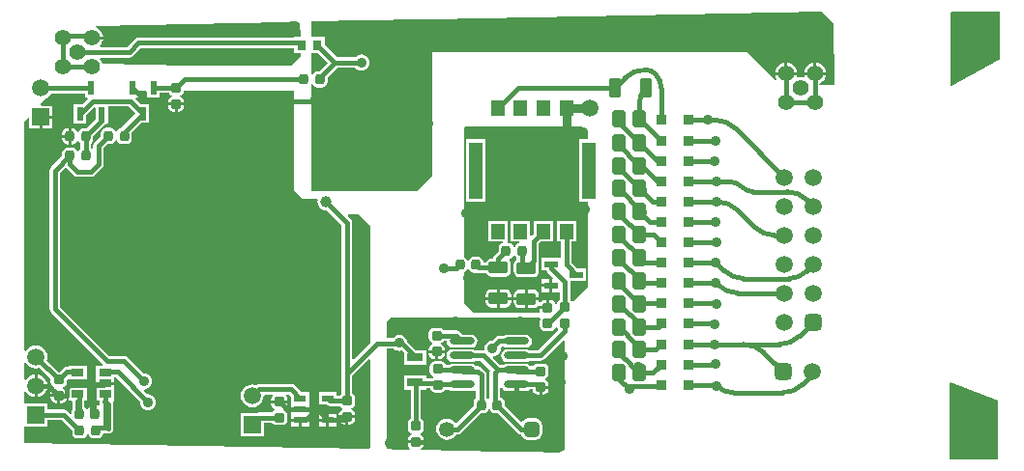
<source format=gtl>
G04 Layer_Physical_Order=1*
G04 Layer_Color=255*
%FSLAX25Y25*%
%MOIN*%
G70*
G01*
G75*
%ADD10C,0.01575*%
G04:AMPARAMS|DCode=11|XSize=35.43mil|YSize=31.5mil|CornerRadius=7.87mil|HoleSize=0mil|Usage=FLASHONLY|Rotation=0.000|XOffset=0mil|YOffset=0mil|HoleType=Round|Shape=RoundedRectangle|*
%AMROUNDEDRECTD11*
21,1,0.03543,0.01575,0,0,0.0*
21,1,0.01969,0.03150,0,0,0.0*
1,1,0.01575,0.00984,-0.00787*
1,1,0.01575,-0.00984,-0.00787*
1,1,0.01575,-0.00984,0.00787*
1,1,0.01575,0.00984,0.00787*
%
%ADD11ROUNDEDRECTD11*%
G04:AMPARAMS|DCode=12|XSize=35.43mil|YSize=31.5mil|CornerRadius=7.87mil|HoleSize=0mil|Usage=FLASHONLY|Rotation=90.000|XOffset=0mil|YOffset=0mil|HoleType=Round|Shape=RoundedRectangle|*
%AMROUNDEDRECTD12*
21,1,0.03543,0.01575,0,0,90.0*
21,1,0.01969,0.03150,0,0,90.0*
1,1,0.01575,0.00787,0.00984*
1,1,0.01575,0.00787,-0.00984*
1,1,0.01575,-0.00787,-0.00984*
1,1,0.01575,-0.00787,0.00984*
%
%ADD12ROUNDEDRECTD12*%
%ADD13R,0.02362X0.04528*%
%ADD14R,0.04528X0.02362*%
%ADD15R,0.04331X0.02559*%
%ADD16R,0.03543X0.03543*%
%ADD17R,0.05512X0.03150*%
%ADD18R,0.03150X0.03543*%
%ADD19R,0.04134X0.02362*%
G04:AMPARAMS|DCode=20|XSize=66.93mil|YSize=43.31mil|CornerRadius=10.83mil|HoleSize=0mil|Usage=FLASHONLY|Rotation=0.000|XOffset=0mil|YOffset=0mil|HoleType=Round|Shape=RoundedRectangle|*
%AMROUNDEDRECTD20*
21,1,0.06693,0.02165,0,0,0.0*
21,1,0.04528,0.04331,0,0,0.0*
1,1,0.02165,0.02264,-0.01083*
1,1,0.02165,-0.02264,-0.01083*
1,1,0.02165,-0.02264,0.01083*
1,1,0.02165,0.02264,0.01083*
%
%ADD20ROUNDEDRECTD20*%
G04:AMPARAMS|DCode=21|XSize=66.93mil|YSize=43.31mil|CornerRadius=10.83mil|HoleSize=0mil|Usage=FLASHONLY|Rotation=270.000|XOffset=0mil|YOffset=0mil|HoleType=Round|Shape=RoundedRectangle|*
%AMROUNDEDRECTD21*
21,1,0.06693,0.02165,0,0,270.0*
21,1,0.04528,0.04331,0,0,270.0*
1,1,0.02165,-0.01083,-0.02264*
1,1,0.02165,-0.01083,0.02264*
1,1,0.02165,0.01083,0.02264*
1,1,0.02165,0.01083,-0.02264*
%
%ADD21ROUNDEDRECTD21*%
%ADD22O,0.08661X0.02362*%
G04:AMPARAMS|DCode=23|XSize=59.06mil|YSize=47.24mil|CornerRadius=11.81mil|HoleSize=0mil|Usage=FLASHONLY|Rotation=90.000|XOffset=0mil|YOffset=0mil|HoleType=Round|Shape=RoundedRectangle|*
%AMROUNDEDRECTD23*
21,1,0.05906,0.02362,0,0,90.0*
21,1,0.03543,0.04724,0,0,90.0*
1,1,0.02362,0.01181,0.01772*
1,1,0.02362,0.01181,-0.01772*
1,1,0.02362,-0.01181,-0.01772*
1,1,0.02362,-0.01181,0.01772*
%
%ADD23ROUNDEDRECTD23*%
%ADD24R,0.04724X0.05315*%
%ADD25R,0.04724X0.19685*%
%ADD26C,0.03150*%
%ADD27R,0.05906X0.05906*%
%ADD28C,0.05906*%
G04:AMPARAMS|DCode=29|XSize=59.06mil|YSize=59.06mil|CornerRadius=14.76mil|HoleSize=0mil|Usage=FLASHONLY|Rotation=90.000|XOffset=0mil|YOffset=0mil|HoleType=Round|Shape=RoundedRectangle|*
%AMROUNDEDRECTD29*
21,1,0.05906,0.02953,0,0,90.0*
21,1,0.02953,0.05906,0,0,90.0*
1,1,0.02953,0.01476,0.01476*
1,1,0.02953,0.01476,-0.01476*
1,1,0.02953,-0.01476,-0.01476*
1,1,0.02953,-0.01476,0.01476*
%
%ADD29ROUNDEDRECTD29*%
G04:AMPARAMS|DCode=30|XSize=59.06mil|YSize=59.06mil|CornerRadius=14.76mil|HoleSize=0mil|Usage=FLASHONLY|Rotation=0.000|XOffset=0mil|YOffset=0mil|HoleType=Round|Shape=RoundedRectangle|*
%AMROUNDEDRECTD30*
21,1,0.05906,0.02953,0,0,0.0*
21,1,0.02953,0.05906,0,0,0.0*
1,1,0.02953,0.01476,-0.01476*
1,1,0.02953,-0.01476,-0.01476*
1,1,0.02953,-0.01476,0.01476*
1,1,0.02953,0.01476,0.01476*
%
%ADD30ROUNDEDRECTD30*%
%ADD31C,0.05512*%
G04:AMPARAMS|DCode=32|XSize=53.15mil|YSize=53.15mil|CornerRadius=13.29mil|HoleSize=0mil|Usage=FLASHONLY|Rotation=180.000|XOffset=0mil|YOffset=0mil|HoleType=Round|Shape=RoundedRectangle|*
%AMROUNDEDRECTD32*
21,1,0.05315,0.02658,0,0,180.0*
21,1,0.02658,0.05315,0,0,180.0*
1,1,0.02658,-0.01329,0.01329*
1,1,0.02658,0.01329,0.01329*
1,1,0.02658,0.01329,-0.01329*
1,1,0.02658,-0.01329,-0.01329*
%
%ADD32ROUNDEDRECTD32*%
%ADD33C,0.05315*%
%ADD34C,0.03543*%
%ADD35C,0.03937*%
G36*
X97539Y94784D02*
X100591Y91732D01*
X105373D01*
X105496Y91639D01*
X105763Y91255D01*
X105683Y90650D01*
X105785Y89879D01*
X106082Y89161D01*
X106555Y88544D01*
X107172Y88070D01*
X107891Y87773D01*
X108661Y87671D01*
X109036Y87721D01*
X113986Y82771D01*
Y31442D01*
Y24328D01*
X113531Y24024D01*
X113358Y23765D01*
X112205D01*
Y24902D01*
X106102D01*
Y20571D01*
X108819D01*
X109239Y20290D01*
X109931Y20153D01*
X113358D01*
X113531Y19894D01*
X114117Y19503D01*
X114301Y19466D01*
Y18956D01*
X114111Y18918D01*
X113519Y18523D01*
X113124Y17932D01*
X112985Y17235D01*
Y16947D01*
X115792D01*
X118599D01*
Y17235D01*
X118460Y17932D01*
X118065Y18523D01*
X117474Y18918D01*
X117283Y18956D01*
Y19466D01*
X117468Y19503D01*
X118054Y19894D01*
X118445Y20481D01*
X118583Y21172D01*
Y22747D01*
X118445Y23438D01*
X118054Y24024D01*
X117598Y24328D01*
Y30694D01*
X123258Y36354D01*
X123721Y36162D01*
Y5709D01*
X123222Y5210D01*
X4626Y7323D01*
Y12689D01*
X4626Y13189D01*
X5126Y13189D01*
X12500D01*
Y15320D01*
X17559D01*
X21127Y11752D01*
Y10728D01*
X21264Y10037D01*
X21656Y9451D01*
X22242Y9059D01*
X22933Y8922D01*
X24508D01*
X25199Y9059D01*
X25785Y9451D01*
X26177Y10037D01*
X26221Y10262D01*
X26731D01*
X26776Y10037D01*
X27168Y9451D01*
X27754Y9059D01*
X28445Y8922D01*
X30020D01*
X30711Y9059D01*
X31297Y9451D01*
X31688Y10037D01*
X31826Y10728D01*
Y10792D01*
X32480D01*
X32713Y10839D01*
X32872Y10733D01*
X33563Y10595D01*
X34254Y10733D01*
X34840Y11124D01*
X35232Y11710D01*
X35369Y12402D01*
Y20669D01*
X35232Y21361D01*
X35173Y21449D01*
X35440Y21949D01*
X35630D01*
Y25673D01*
X35646D01*
Y27453D01*
X32480D01*
X29315D01*
Y25673D01*
X29331D01*
Y21949D01*
X30495D01*
X30575Y21850D01*
X30674Y21356D01*
Y20640D01*
X30174Y20256D01*
X29823Y20326D01*
X29535D01*
Y17520D01*
X28535D01*
Y20326D01*
X28248D01*
X27551Y20188D01*
X26959Y19793D01*
X26564Y19201D01*
X26526Y19011D01*
X26017D01*
X25980Y19195D01*
X25588Y19781D01*
X25330Y19954D01*
Y21949D01*
X26181D01*
Y26476D01*
X19882D01*
Y21949D01*
X21046D01*
X21127Y21850D01*
Y19284D01*
X21067Y19195D01*
X20930Y18504D01*
Y17711D01*
X20468Y17520D01*
X19584Y18403D01*
X18998Y18795D01*
X18307Y18932D01*
X12500D01*
Y21063D01*
X4626Y21063D01*
X4626Y21563D01*
Y24954D01*
X5076Y25116D01*
X5126Y25112D01*
X5744Y24307D01*
X6570Y23673D01*
X7531Y23275D01*
X8063Y23205D01*
Y27126D01*
Y31047D01*
X7531Y30977D01*
X6570Y30579D01*
X5744Y29945D01*
X5126Y29140D01*
X5076Y29136D01*
X4626Y29298D01*
Y35036D01*
X5124Y35140D01*
X5755Y34318D01*
X6577Y33687D01*
X7535Y33290D01*
X8563Y33155D01*
X9591Y33290D01*
X9756Y33359D01*
X13646Y29469D01*
Y28445D01*
X13784Y27754D01*
X14175Y27168D01*
X14762Y26776D01*
X14946Y26739D01*
Y26230D01*
X14755Y26192D01*
X14164Y25797D01*
X13769Y25205D01*
X13630Y24508D01*
Y24221D01*
X19244D01*
Y24508D01*
X19105Y25205D01*
X18710Y25797D01*
X18119Y26192D01*
X17928Y26230D01*
Y26739D01*
X18113Y26776D01*
X18699Y27168D01*
X19090Y27754D01*
X19228Y28445D01*
Y29146D01*
X19718Y29493D01*
X19882Y29429D01*
Y29429D01*
X26181D01*
Y33957D01*
X19882D01*
Y33696D01*
X19094D01*
X18403Y33559D01*
X17817Y33167D01*
X16476Y31826D01*
X16398D01*
X12319Y35905D01*
X12399Y36098D01*
X12534Y37126D01*
X12399Y38154D01*
X12002Y39112D01*
X11371Y39934D01*
X10548Y40565D01*
X9591Y40962D01*
X8563Y41097D01*
X7535Y40962D01*
X6577Y40565D01*
X5755Y39934D01*
X5124Y39112D01*
X4626Y39216D01*
Y118504D01*
X5920Y119798D01*
X6382Y119607D01*
Y115929D01*
X9835D01*
Y119882D01*
X10335D01*
Y120382D01*
X14287D01*
Y123835D01*
X10546D01*
X10335Y124288D01*
X12052Y126332D01*
X12320Y126443D01*
X13142Y127074D01*
X13774Y127896D01*
X13848Y128076D01*
X25394D01*
Y126673D01*
X26221D01*
X26413Y126211D01*
X24512Y124311D01*
X21654D01*
Y117815D01*
X25984D01*
Y120674D01*
X28634Y123323D01*
X29134Y123116D01*
Y119188D01*
X26023Y116078D01*
X25000D01*
X24309Y115940D01*
X23723Y115549D01*
X23331Y114963D01*
X23294Y114778D01*
X22785D01*
X22747Y114969D01*
X22352Y115560D01*
X21760Y115955D01*
X21063Y116094D01*
X20776D01*
Y113287D01*
Y110481D01*
X21063D01*
X21760Y110619D01*
X22352Y111014D01*
X22747Y111606D01*
X22785Y111796D01*
X23294D01*
X23331Y111612D01*
X23723Y111026D01*
X23981Y110853D01*
Y109029D01*
X23723Y108856D01*
X23331Y108270D01*
X23286Y108045D01*
X22777D01*
X22732Y108270D01*
X22340Y108856D01*
X21754Y109248D01*
X21063Y109385D01*
X19488D01*
X18797Y109248D01*
X18211Y108856D01*
X17819Y108270D01*
X17682Y107579D01*
Y106555D01*
X13782Y102655D01*
X13390Y102069D01*
X13253Y101378D01*
Y53642D01*
X13390Y52951D01*
X13782Y52364D01*
X31690Y34457D01*
X31569Y34047D01*
X31503Y33957D01*
X29331D01*
Y30232D01*
X29315D01*
Y28453D01*
X32480D01*
X35646D01*
Y29883D01*
X36146Y30000D01*
X44491Y21656D01*
X44464Y21457D01*
X44559Y20737D01*
X44837Y20067D01*
X45279Y19491D01*
X45854Y19049D01*
X46525Y18772D01*
X47244Y18677D01*
X47964Y18772D01*
X48634Y19049D01*
X49210Y19491D01*
X49651Y20067D01*
X49929Y20737D01*
X50024Y21457D01*
X49929Y22176D01*
X49651Y22847D01*
X49210Y23422D01*
X48634Y23864D01*
X47964Y24142D01*
X47244Y24236D01*
X47045Y24210D01*
X45882Y25373D01*
X46062Y25901D01*
X46487Y25957D01*
X47158Y26234D01*
X47733Y26676D01*
X48175Y27252D01*
X48453Y27922D01*
X48547Y28642D01*
X48453Y29361D01*
X48175Y30032D01*
X47733Y30607D01*
X47158Y31049D01*
X46487Y31327D01*
X45768Y31421D01*
X45569Y31395D01*
X40057Y36907D01*
X39471Y37299D01*
X38780Y37436D01*
X33819D01*
X16865Y54390D01*
Y100630D01*
X18725Y102490D01*
X18998Y102463D01*
X21557Y99904D01*
X22143Y99512D01*
X22835Y99375D01*
X27461D01*
X28152Y99512D01*
X28738Y99904D01*
X31395Y102561D01*
X31787Y103147D01*
X31925Y103839D01*
Y109291D01*
X33327Y110694D01*
X34350D01*
X35042Y110831D01*
X35628Y111223D01*
X36019Y111809D01*
X36064Y112034D01*
X36574D01*
X36619Y111809D01*
X37010Y111223D01*
X37596Y110831D01*
X38287Y110694D01*
X39862D01*
X40554Y110831D01*
X41140Y111223D01*
X41531Y111809D01*
X41669Y112500D01*
Y114469D01*
X41613Y114748D01*
X44779Y117913D01*
X47638D01*
Y124409D01*
X44779D01*
X42895Y126294D01*
X43086Y126756D01*
X43913D01*
Y128954D01*
X46692Y128974D01*
X47047Y128622D01*
Y126772D01*
X51378D01*
Y128213D01*
X54390D01*
X54628Y127857D01*
X55214Y127465D01*
X55399Y127428D01*
Y126918D01*
X55208Y126881D01*
X54617Y126486D01*
X54222Y125894D01*
X54083Y125197D01*
Y124909D01*
X59696D01*
Y125197D01*
X59558Y125894D01*
X59163Y126486D01*
X58571Y126881D01*
X58381Y126918D01*
Y127428D01*
X58565Y127465D01*
X59151Y127857D01*
X59543Y128443D01*
X59661Y129035D01*
X97539D01*
Y94784D01*
D02*
G37*
G36*
X340748Y139862D02*
X340650Y139764D01*
X324276Y130705D01*
X323845Y130959D01*
X323787Y156142D01*
X324141Y156496D01*
X340748Y156496D01*
Y139862D01*
D02*
G37*
G36*
X109158Y138779D02*
X106142Y135763D01*
X105709D01*
X105017Y135626D01*
X104431Y135234D01*
X104040Y134648D01*
X103543Y134715D01*
Y142028D01*
X105910D01*
X109158Y138779D01*
D02*
G37*
G36*
X42918Y121161D02*
X37968Y116211D01*
X37596Y116137D01*
X37010Y115746D01*
X36619Y115160D01*
X36574Y114935D01*
X36064D01*
X36019Y115160D01*
X35628Y115746D01*
X35042Y116137D01*
X34350Y116275D01*
X32776D01*
X32084Y116137D01*
X31498Y115746D01*
X31107Y115160D01*
X30969Y114469D01*
Y113445D01*
X28841Y111317D01*
X28449Y110731D01*
X28312Y110039D01*
Y109360D01*
X28103Y109186D01*
X27812Y109104D01*
X27594Y109295D01*
Y110853D01*
X27852Y111026D01*
X28244Y111612D01*
X28381Y112303D01*
Y113327D01*
X32577Y117522D01*
X32772Y117815D01*
X33465D01*
Y123686D01*
X40393D01*
X42918Y121161D01*
D02*
G37*
G36*
X196752Y116535D02*
X198917Y114370D01*
Y112205D01*
X195965D01*
Y90551D01*
X198917D01*
Y61417D01*
X193722Y56222D01*
X193224Y56271D01*
X193207Y56297D01*
X192751Y56601D01*
Y62920D01*
X193053Y63287D01*
X198228D01*
Y67618D01*
X195370D01*
X193243Y69744D01*
Y76870D01*
X194783D01*
Y84153D01*
X188091D01*
Y76870D01*
X189631D01*
Y71750D01*
X189370Y71358D01*
X182874D01*
Y67028D01*
X184469D01*
X184845Y66465D01*
X186954Y64356D01*
X186763Y63894D01*
X186622D01*
Y61713D01*
Y59531D01*
X189139D01*
Y56601D01*
X188683Y56297D01*
X188292Y55711D01*
X188249Y55497D01*
X187740D01*
X187715Y55619D01*
X187320Y56210D01*
X186729Y56605D01*
X186031Y56744D01*
X185547D01*
Y54134D01*
X185047D01*
Y53634D01*
X182241D01*
Y53347D01*
X182357Y52764D01*
X182081Y52264D01*
X159449D01*
X156102Y55610D01*
Y66224D01*
X156203Y66245D01*
X156789Y66636D01*
X157181Y67222D01*
X157225Y67447D01*
X157735D01*
X157780Y67222D01*
X158171Y66636D01*
X158757Y66245D01*
X159449Y66107D01*
X161024D01*
X161122Y66127D01*
X161221Y66107D01*
X163785D01*
X163801Y66024D01*
X164258Y65341D01*
X164942Y64884D01*
X165748Y64723D01*
X170276D01*
X171082Y64884D01*
X171766Y65341D01*
X172223Y66024D01*
X172383Y66831D01*
Y68996D01*
X172223Y69802D01*
X171827Y70395D01*
X171903Y70762D01*
X171990Y70938D01*
X172148Y70969D01*
X172734Y71361D01*
X173126Y71947D01*
X173170Y72171D01*
X173680D01*
X173725Y71947D01*
X174117Y71361D01*
X174375Y71188D01*
Y70703D01*
X173904Y70388D01*
X173447Y69704D01*
X173286Y68898D01*
Y66732D01*
X173447Y65926D01*
X173904Y65242D01*
X174587Y64785D01*
X175394Y64625D01*
X179921D01*
X180728Y64785D01*
X181411Y65242D01*
X181868Y65926D01*
X182029Y66732D01*
Y68898D01*
X181871Y69690D01*
X182003Y70355D01*
Y76398D01*
X182476Y76870D01*
X186909D01*
Y84153D01*
X180217D01*
Y79720D01*
X179497Y79001D01*
X179035Y79192D01*
Y84153D01*
X172343D01*
Y76870D01*
X175130D01*
X175179Y76370D01*
X174703Y76275D01*
X174117Y75884D01*
X173725Y75298D01*
X173680Y75073D01*
X173170D01*
X173126Y75298D01*
X172734Y75884D01*
X172148Y76275D01*
X171457Y76413D01*
X171264D01*
X171161Y76870D01*
X171161Y76913D01*
Y84153D01*
X164469D01*
Y76870D01*
X169618D01*
X169668Y76370D01*
X169191Y76275D01*
X168605Y75884D01*
X168213Y75298D01*
X168076Y74606D01*
Y73583D01*
X166735Y72242D01*
X166343Y71656D01*
X166233Y71104D01*
X165748D01*
X164942Y70943D01*
X164258Y70486D01*
X163801Y69802D01*
X163785Y69720D01*
X162830D01*
Y69882D01*
X162692Y70573D01*
X162301Y71159D01*
X161715Y71551D01*
X161024Y71688D01*
X159449D01*
X158757Y71551D01*
X158171Y71159D01*
X157780Y70573D01*
X157735Y70348D01*
X157225D01*
X157181Y70573D01*
X156789Y71159D01*
X156203Y71551D01*
X156102Y71571D01*
Y116280D01*
X156456Y116633D01*
X196752Y116535D01*
D02*
G37*
G36*
X182410Y50181D02*
X182392Y50090D01*
X182257Y49409D01*
Y47835D01*
X182394Y47143D01*
X182786Y46557D01*
X183372Y46166D01*
X184063Y46028D01*
X186031D01*
X186723Y46166D01*
X187309Y46557D01*
X187700Y47143D01*
X187751Y47398D01*
X188261D01*
X188292Y47242D01*
X188683Y46656D01*
X188719Y46293D01*
X181772Y39346D01*
X178655D01*
X178306Y39579D01*
X177461Y39747D01*
X171161D01*
X170317Y39579D01*
X169600Y39101D01*
X169122Y38384D01*
X168954Y37539D01*
X169122Y36694D01*
X169600Y35978D01*
X170317Y35500D01*
X171161Y35332D01*
X177461D01*
X178306Y35500D01*
X178655Y35733D01*
X182520D01*
X183211Y35871D01*
X183797Y36262D01*
X190454Y42919D01*
X190846Y42800D01*
X190945Y42703D01*
X190945Y41724D01*
X190945Y5315D01*
X190945D01*
X190673Y5096D01*
X190087Y4715D01*
X189468Y4393D01*
X188820Y4133D01*
X188525Y4047D01*
X185041Y4109D01*
X185029Y4111D01*
X184547Y4232D01*
X184168Y4125D01*
X183753Y4132D01*
X183658Y4228D01*
X168620Y4402D01*
X141507Y4885D01*
X141373Y5387D01*
X141840Y5700D01*
X142235Y6291D01*
X142374Y6988D01*
Y7276D01*
X136760D01*
Y6988D01*
X136899Y6291D01*
X137294Y5700D01*
X137662Y5453D01*
X137507Y4956D01*
X131667Y5060D01*
X131004Y5315D01*
X129528D01*
Y39926D01*
X131988D01*
X131991Y39921D01*
X132567Y39479D01*
X133237Y39202D01*
X133957Y39107D01*
X134676Y39202D01*
X134777Y39243D01*
X135630Y38390D01*
Y34350D01*
X143110D01*
Y39469D01*
X139661D01*
X136660Y42470D01*
X136642Y42606D01*
X136364Y43277D01*
X135922Y43852D01*
X135346Y44294D01*
X134676Y44572D01*
X133957Y44666D01*
X133237Y44572D01*
X132567Y44294D01*
X131991Y43852D01*
X131751Y43539D01*
X129528D01*
Y49114D01*
X131004Y50591D01*
X182126D01*
X182410Y50181D01*
D02*
G37*
G36*
X123721Y82382D02*
Y41925D01*
X118060Y36265D01*
X117598Y36456D01*
Y83519D01*
X117461Y84210D01*
X117069Y84796D01*
X116107Y85759D01*
X116298Y86221D01*
X119882D01*
X123721Y82382D01*
D02*
G37*
G36*
X97638Y142028D02*
X99972D01*
X100000Y140945D01*
X96653Y137598D01*
X60728D01*
X31614Y138488D01*
X31312Y139217D01*
X30710Y140002D01*
X30656Y140043D01*
X30817Y140516D01*
X40748D01*
X41439Y140654D01*
X42025Y141045D01*
X44744Y143764D01*
X97638D01*
Y142028D01*
D02*
G37*
G36*
X99705Y152264D02*
X99819Y147898D01*
X99470Y147539D01*
X97638D01*
Y147377D01*
X43996D01*
X43305Y147240D01*
X42719Y146848D01*
X40000Y144129D01*
X30817D01*
X30656Y144603D01*
X30710Y144644D01*
X31312Y145429D01*
X31691Y146342D01*
X31754Y146823D01*
X28032D01*
Y147823D01*
X31754D01*
X31691Y148303D01*
X31312Y149217D01*
X30710Y150002D01*
X29926Y150604D01*
X29117Y150938D01*
X29212Y151441D01*
X94240Y152863D01*
X98357Y152938D01*
X99705Y152264D01*
D02*
G37*
G36*
X283563Y152362D02*
X283853Y131360D01*
X283502Y131004D01*
X278810D01*
X278710Y131504D01*
X279040Y131641D01*
X279824Y132243D01*
X280427Y133027D01*
X280805Y133941D01*
X280868Y134421D01*
X273423D01*
X273486Y133941D01*
X273500Y133909D01*
X273321Y133729D01*
X273100Y133568D01*
X272146Y133694D01*
X271192Y133568D01*
X270971Y133729D01*
X270792Y133909D01*
X270805Y133941D01*
X270868Y134421D01*
X263423D01*
X263487Y133941D01*
X263865Y133027D01*
X263943Y132926D01*
X263566Y132596D01*
X253937Y142224D01*
X145079D01*
Y99705D01*
X139862Y94488D01*
X103543D01*
Y131230D01*
X104040Y131297D01*
X104431Y130711D01*
X105017Y130319D01*
X105709Y130182D01*
X107283D01*
X107975Y130319D01*
X108561Y130711D01*
X108952Y131297D01*
X109090Y131988D01*
Y133602D01*
X112461Y136973D01*
X118680D01*
X118802Y136814D01*
X119378Y136372D01*
X120048Y136095D01*
X120768Y136000D01*
X121487Y136095D01*
X122158Y136372D01*
X122733Y136814D01*
X123175Y137390D01*
X123453Y138060D01*
X123547Y138779D01*
X123453Y139499D01*
X123175Y140169D01*
X122733Y140745D01*
X122158Y141187D01*
X121487Y141464D01*
X120768Y141559D01*
X120048Y141464D01*
X119378Y141187D01*
X118802Y140745D01*
X118680Y140586D01*
X112461D01*
X108268Y144779D01*
Y147539D01*
X103543D01*
Y152953D01*
X141240Y153642D01*
X141588Y153579D01*
X141638Y153642D01*
X145079D01*
X230801Y155335D01*
X279705Y156220D01*
X283563Y152362D01*
D02*
G37*
G36*
X340256Y22146D02*
X340354Y22047D01*
Y1931D01*
X339999Y1579D01*
X323622Y1772D01*
Y28005D01*
X324033Y28289D01*
X340256Y22146D01*
D02*
G37*
%LPC*%
G36*
X12484Y26626D02*
X9063D01*
Y23205D01*
X9595Y23275D01*
X10556Y23673D01*
X11382Y24307D01*
X12016Y25133D01*
X12414Y26094D01*
X12484Y26626D01*
D02*
G37*
G36*
X19244Y23221D02*
X16937D01*
Y21111D01*
X17421D01*
X18119Y21249D01*
X18710Y21645D01*
X19105Y22236D01*
X19244Y22933D01*
Y23221D01*
D02*
G37*
G36*
X96457Y27791D02*
X85472D01*
X84781Y27653D01*
X84432Y27420D01*
X84197Y27517D01*
X83169Y27652D01*
X82142Y27517D01*
X81184Y27120D01*
X80361Y26489D01*
X79730Y25667D01*
X79334Y24709D01*
X79198Y23681D01*
X79334Y22653D01*
X79730Y21696D01*
X80361Y20873D01*
X81184Y20242D01*
X82142Y19845D01*
X83169Y19710D01*
X84197Y19845D01*
X85155Y20242D01*
X85977Y20873D01*
X86608Y21696D01*
X87005Y22653D01*
X87140Y23681D01*
X87124Y23802D01*
X87454Y24178D01*
X89919D01*
X90055Y23913D01*
X90114Y23678D01*
X89753Y23138D01*
X89615Y22441D01*
Y22153D01*
X95228D01*
Y22441D01*
X95089Y23138D01*
X94729Y23678D01*
X94788Y23913D01*
X94923Y24178D01*
X95709D01*
X96653Y23233D01*
Y21177D01*
X96638D01*
Y19496D01*
X99705D01*
X102772D01*
Y21177D01*
X102756D01*
Y24902D01*
X100094D01*
X97734Y27261D01*
X97148Y27653D01*
X96457Y27791D01*
D02*
G37*
G36*
X9063Y31047D02*
Y27626D01*
X12484D01*
X12414Y28158D01*
X12016Y29119D01*
X11382Y29945D01*
X10556Y30579D01*
X9595Y30977D01*
X9063Y31047D01*
D02*
G37*
G36*
X15937Y23221D02*
X13630D01*
Y22933D01*
X13769Y22236D01*
X14164Y21645D01*
X14755Y21249D01*
X15453Y21111D01*
X15937D01*
Y23221D01*
D02*
G37*
G36*
X112221Y14756D02*
X109653D01*
Y13075D01*
X112221D01*
Y14756D01*
D02*
G37*
G36*
X95228Y21154D02*
X89615D01*
Y20866D01*
X89753Y20169D01*
X90148Y19578D01*
X90740Y19182D01*
X90930Y19144D01*
Y18635D01*
X90746Y18598D01*
X90160Y18206D01*
X89987Y17948D01*
X85630D01*
X84939Y17811D01*
X84651Y17618D01*
X79232D01*
Y9744D01*
X87106D01*
Y14335D01*
X89987D01*
X90160Y14077D01*
X90746Y13686D01*
X91437Y13548D01*
X93405D01*
X94097Y13686D01*
X94683Y14077D01*
X95074Y14663D01*
X95212Y15354D01*
Y16929D01*
X95074Y17620D01*
X94683Y18206D01*
X94097Y18598D01*
X93912Y18635D01*
Y19144D01*
X94103Y19182D01*
X94694Y19578D01*
X95089Y20169D01*
X95228Y20866D01*
Y21154D01*
D02*
G37*
G36*
X108653Y14756D02*
X106087D01*
Y13075D01*
X108653D01*
Y14756D01*
D02*
G37*
G36*
X99205Y14756D02*
X96638D01*
Y13075D01*
X99205D01*
Y14756D01*
D02*
G37*
G36*
X102772D02*
X100205D01*
Y13075D01*
X102772D01*
Y14756D01*
D02*
G37*
G36*
X108653Y17437D02*
X106087D01*
Y15756D01*
X108653D01*
Y17437D01*
D02*
G37*
G36*
X112221D02*
X109653D01*
Y15756D01*
X112221D01*
Y17437D01*
D02*
G37*
G36*
X102772Y18496D02*
X99705D01*
X96638D01*
Y16815D01*
Y15756D01*
X99705D01*
X102772D01*
Y16815D01*
Y18496D01*
D02*
G37*
G36*
X115292Y15947D02*
X112985D01*
Y15660D01*
X113124Y14963D01*
X113519Y14371D01*
X114111Y13976D01*
X114808Y13837D01*
X115292D01*
Y15947D01*
D02*
G37*
G36*
X118599D02*
X116292D01*
Y13837D01*
X116776D01*
X117474Y13976D01*
X118065Y14371D01*
X118460Y14963D01*
X118599Y15660D01*
Y15947D01*
D02*
G37*
G36*
X14287Y119382D02*
X10835D01*
Y115929D01*
X14287D01*
Y119382D01*
D02*
G37*
G36*
X56390Y123909D02*
X54083D01*
Y123622D01*
X54222Y122925D01*
X54617Y122333D01*
X55208Y121938D01*
X55905Y121800D01*
X56390D01*
Y123909D01*
D02*
G37*
G36*
X19776Y116094D02*
X19488D01*
X18791Y115955D01*
X18200Y115560D01*
X17805Y114969D01*
X17666Y114272D01*
Y113787D01*
X19776D01*
Y116094D01*
D02*
G37*
G36*
Y112787D02*
X17666D01*
Y112303D01*
X17805Y111606D01*
X18200Y111014D01*
X18791Y110619D01*
X19488Y110481D01*
X19776D01*
Y112787D01*
D02*
G37*
G36*
X59696Y123909D02*
X57390D01*
Y121800D01*
X57874D01*
X58571Y121938D01*
X59163Y122333D01*
X59558Y122925D01*
X59696Y123622D01*
Y123909D01*
D02*
G37*
G36*
X163681Y112205D02*
X156988D01*
Y90551D01*
X163681D01*
Y112205D01*
D02*
G37*
G36*
X185622Y63894D02*
X182858D01*
Y62213D01*
X185622D01*
Y63894D01*
D02*
G37*
G36*
X172399Y56783D02*
X168512D01*
Y54077D01*
X170276D01*
X171088Y54239D01*
X171777Y54699D01*
X172237Y55388D01*
X172399Y56201D01*
Y56783D01*
D02*
G37*
G36*
X184547Y56744D02*
X184063D01*
X183366Y56605D01*
X182774Y56210D01*
X182492Y55787D01*
X182021Y55982D01*
X182045Y56102D01*
Y56685D01*
X178157D01*
Y53979D01*
X179921D01*
X180734Y54141D01*
X181423Y54601D01*
X181771Y55121D01*
X182242Y54926D01*
X182241Y54921D01*
Y54634D01*
X184547D01*
Y56744D01*
D02*
G37*
G36*
X167512Y56783D02*
X163625D01*
Y56201D01*
X163786Y55388D01*
X164246Y54699D01*
X164935Y54239D01*
X165748Y54077D01*
X167512D01*
Y56783D01*
D02*
G37*
G36*
X177157Y56685D02*
X173270D01*
Y56102D01*
X173432Y55290D01*
X173892Y54601D01*
X174581Y54141D01*
X175394Y53979D01*
X177157D01*
Y56685D01*
D02*
G37*
G36*
X170276Y60490D02*
X168512D01*
Y57784D01*
X172399D01*
Y58366D01*
X172237Y59179D01*
X171777Y59868D01*
X171088Y60328D01*
X170276Y60490D01*
D02*
G37*
G36*
X185622Y61213D02*
X182858D01*
Y59531D01*
X185622D01*
Y61213D01*
D02*
G37*
G36*
X167512Y60490D02*
X165748D01*
X164935Y60328D01*
X164246Y59868D01*
X163786Y59179D01*
X163625Y58366D01*
Y57784D01*
X167512D01*
Y60490D01*
D02*
G37*
G36*
X177157Y60391D02*
X175394D01*
X174581Y60229D01*
X173892Y59769D01*
X173432Y59080D01*
X173270Y58268D01*
Y57685D01*
X177157D01*
Y60391D01*
D02*
G37*
G36*
X179921D02*
X178157D01*
Y57685D01*
X182045D01*
Y58268D01*
X181883Y59080D01*
X181423Y59769D01*
X180734Y60229D01*
X179921Y60391D01*
D02*
G37*
G36*
X185386Y26173D02*
X183080D01*
Y24063D01*
X183564D01*
X184261Y24202D01*
X184853Y24597D01*
X185248Y25188D01*
X185386Y25886D01*
Y26173D01*
D02*
G37*
G36*
X149559Y38476D02*
X147252D01*
Y36367D01*
X147736D01*
X148434Y36505D01*
X149025Y36900D01*
X149420Y37492D01*
X149559Y38189D01*
Y38476D01*
D02*
G37*
G36*
X146252D02*
X143945D01*
Y38189D01*
X144084Y37492D01*
X144479Y36900D01*
X145070Y36505D01*
X145768Y36367D01*
X146252D01*
Y38476D01*
D02*
G37*
G36*
X147736Y47082D02*
X145768D01*
X145077Y46944D01*
X144491Y46553D01*
X144099Y45967D01*
X143961Y45276D01*
Y43701D01*
X144099Y43009D01*
X144491Y42423D01*
X145077Y42032D01*
X145261Y41995D01*
Y41485D01*
X145070Y41447D01*
X144479Y41052D01*
X144084Y40461D01*
X143945Y39764D01*
Y39476D01*
X149559D01*
Y39764D01*
X149420Y40461D01*
X149025Y41052D01*
X148434Y41447D01*
X148243Y41485D01*
Y41995D01*
X148428Y42032D01*
X149014Y42423D01*
X149186Y42682D01*
X149939D01*
X150056Y42539D01*
X150224Y41695D01*
X150703Y40978D01*
X151419Y40500D01*
X152264Y40332D01*
X158563D01*
X159408Y40500D01*
X160124Y40978D01*
X160603Y41695D01*
X160771Y42539D01*
X160603Y43384D01*
X160124Y44100D01*
X159408Y44579D01*
X158563Y44747D01*
X155760D01*
X154742Y45766D01*
X154156Y46157D01*
X153465Y46295D01*
X149186D01*
X149014Y46553D01*
X148428Y46944D01*
X147736Y47082D01*
D02*
G37*
G36*
X177461Y44747D02*
X171161D01*
X170317Y44579D01*
X169967Y44346D01*
X168327D01*
X167636Y44208D01*
X167050Y43817D01*
X165963Y42730D01*
X165324Y42646D01*
X164654Y42368D01*
X164078Y41926D01*
X163636Y41350D01*
X163358Y40680D01*
X163264Y39961D01*
X163291Y39753D01*
X162842Y39333D01*
X162776Y39346D01*
X159757D01*
X159408Y39579D01*
X158563Y39747D01*
X152264D01*
X151419Y39579D01*
X150703Y39101D01*
X150224Y38384D01*
X150056Y37539D01*
X150224Y36694D01*
X150703Y35978D01*
X151419Y35500D01*
X152264Y35332D01*
X158563D01*
X159408Y35500D01*
X159757Y35733D01*
X162027D01*
X165287Y32473D01*
X165162Y32286D01*
X165024Y31594D01*
Y22559D01*
X164928Y22481D01*
X164258Y22584D01*
X164171Y22713D01*
X163913Y22886D01*
Y31004D01*
X163775Y31695D01*
X163384Y32281D01*
X162203Y33462D01*
X161617Y33854D01*
X160925Y33991D01*
X160197D01*
X160124Y34100D01*
X159408Y34579D01*
X158563Y34747D01*
X152264D01*
X151419Y34579D01*
X151070Y34346D01*
X149819D01*
X149798Y34451D01*
X149406Y35037D01*
X148820Y35429D01*
X148129Y35566D01*
X146160D01*
X145469Y35429D01*
X144883Y35037D01*
X144492Y34451D01*
X144354Y33760D01*
Y32185D01*
X144492Y31494D01*
X144883Y30908D01*
X145352Y30594D01*
X145442Y30170D01*
X145431Y30014D01*
X145237Y29858D01*
X143110D01*
Y30807D01*
X135630D01*
Y25689D01*
X137761D01*
Y15656D01*
X137305Y15352D01*
X136914Y14766D01*
X136776Y14075D01*
Y12500D01*
X136914Y11809D01*
X137305Y11223D01*
X137891Y10831D01*
X138076Y10794D01*
Y10285D01*
X137885Y10247D01*
X137294Y9852D01*
X136899Y9260D01*
X136760Y8563D01*
Y8276D01*
X142374D01*
Y8563D01*
X142235Y9260D01*
X141840Y9852D01*
X141249Y10247D01*
X141058Y10285D01*
Y10794D01*
X141243Y10831D01*
X141829Y11223D01*
X142220Y11809D01*
X142358Y12500D01*
Y14075D01*
X142220Y14766D01*
X141829Y15352D01*
X141373Y15656D01*
Y25689D01*
X143110D01*
Y26245D01*
X144439D01*
X144492Y25982D01*
X144883Y25396D01*
X145469Y25004D01*
X146160Y24867D01*
X148129D01*
X148820Y25004D01*
X149406Y25396D01*
X149632Y25733D01*
X151070D01*
X151419Y25500D01*
X152264Y25332D01*
X158563D01*
X159408Y25500D01*
X159800Y25762D01*
X160300Y25495D01*
Y22886D01*
X160042Y22713D01*
X159650Y22127D01*
X159513Y21436D01*
Y20413D01*
X153567Y14467D01*
X153068Y14500D01*
X152853Y14781D01*
X152093Y15364D01*
X151207Y15731D01*
X150256Y15856D01*
X149305Y15731D01*
X148419Y15364D01*
X147659Y14781D01*
X147075Y14020D01*
X146708Y13134D01*
X146583Y12183D01*
X146708Y11232D01*
X147075Y10347D01*
X147659Y9586D01*
X148419Y9002D01*
X149305Y8635D01*
X150256Y8510D01*
X151207Y8635D01*
X152093Y9002D01*
X152853Y9586D01*
X153437Y10347D01*
X153449Y10377D01*
X153838D01*
X154529Y10514D01*
X155115Y10906D01*
X161871Y17661D01*
X162894D01*
X163585Y17799D01*
X164171Y18190D01*
X164563Y18776D01*
X164608Y19001D01*
X165117D01*
X165162Y18776D01*
X165554Y18190D01*
X166140Y17799D01*
X166831Y17661D01*
X167854D01*
X174610Y10906D01*
X175196Y10514D01*
X175876Y10379D01*
X175961Y9952D01*
X176472Y9187D01*
X177237Y8676D01*
X178140Y8496D01*
X180797D01*
X181700Y8676D01*
X182465Y9187D01*
X182976Y9952D01*
X183156Y10854D01*
Y13512D01*
X182976Y14414D01*
X182465Y15179D01*
X181700Y15691D01*
X180797Y15870D01*
X178140D01*
X177237Y15691D01*
X176472Y15179D01*
X176280Y14891D01*
X175782Y14842D01*
X170212Y20413D01*
Y21436D01*
X170075Y22127D01*
X169683Y22713D01*
X169097Y23105D01*
X168637Y23196D01*
Y26315D01*
X168720Y26374D01*
X169399Y26251D01*
X169589Y25967D01*
X170310Y25485D01*
X171161Y25316D01*
X173811D01*
Y27539D01*
X174811D01*
Y25316D01*
X177461D01*
X178312Y25485D01*
X179033Y25967D01*
X179273Y26326D01*
X179773Y26174D01*
Y25886D01*
X179912Y25188D01*
X180307Y24597D01*
X180898Y24202D01*
X181596Y24063D01*
X182080D01*
Y26673D01*
X182580D01*
Y27173D01*
X185386D01*
Y27461D01*
X185248Y28158D01*
X184853Y28749D01*
X184261Y29144D01*
X184071Y29182D01*
Y29692D01*
X184255Y29729D01*
X184841Y30120D01*
X185233Y30706D01*
X185370Y31398D01*
Y32972D01*
X185233Y33664D01*
X184841Y34250D01*
X184255Y34641D01*
X183564Y34779D01*
X181596D01*
X180904Y34641D01*
X180318Y34250D01*
X180146Y33991D01*
X179095D01*
X179022Y34100D01*
X178306Y34579D01*
X177461Y34747D01*
X171161D01*
X170317Y34579D01*
X169967Y34346D01*
X168524D01*
X166176Y36694D01*
X166355Y37222D01*
X166763Y37276D01*
X167433Y37553D01*
X168009Y37995D01*
X168451Y38571D01*
X168728Y39241D01*
X168823Y39961D01*
X168771Y40359D01*
X169115Y40733D01*
X169967D01*
X170317Y40500D01*
X171161Y40332D01*
X177461D01*
X178306Y40500D01*
X179022Y40978D01*
X179500Y41695D01*
X179668Y42539D01*
X179500Y43384D01*
X179022Y44100D01*
X178306Y44579D01*
X177461Y44747D01*
D02*
G37*
G36*
X276646Y138644D02*
X276165Y138581D01*
X275252Y138202D01*
X274467Y137600D01*
X273865Y136815D01*
X273486Y135902D01*
X273423Y135421D01*
X276646D01*
Y138644D01*
D02*
G37*
G36*
X277646D02*
Y135421D01*
X280868D01*
X280805Y135902D01*
X280427Y136815D01*
X279824Y137600D01*
X279040Y138202D01*
X278126Y138581D01*
X277646Y138644D01*
D02*
G37*
G36*
X267646D02*
Y135421D01*
X270868D01*
X270805Y135902D01*
X270427Y136815D01*
X269824Y137600D01*
X269040Y138202D01*
X268126Y138581D01*
X267646Y138644D01*
D02*
G37*
G36*
X266646D02*
X266165Y138581D01*
X265251Y138202D01*
X264467Y137600D01*
X263865Y136815D01*
X263487Y135902D01*
X263423Y135421D01*
X266646D01*
Y138644D01*
D02*
G37*
%LPD*%
D10*
X222102Y134872D02*
G03*
X222101Y134873I-5100J-5097D01*
G01*
X224213Y129775D02*
G03*
X222101Y134873I-7211J0D01*
G01*
D02*
G03*
X218611Y136319I-3490J-3490D01*
G01*
D02*
G03*
X211540Y133390I0J-10000D01*
G01*
X218898Y130118D02*
G03*
X216634Y124653I5465J-5465D01*
G01*
X259622Y38508D02*
G03*
X252551Y41437I-7071J-7071D01*
G01*
X265907Y24714D02*
G03*
X272978Y27643I0J10000D01*
G01*
X243209Y27165D02*
G03*
X249126Y24714I5918J5918D01*
G01*
X249818Y115969D02*
G03*
X242747Y118898I-7071J-7071D01*
G01*
X251870Y95866D02*
G03*
X255910Y94193I4039J4039D01*
G01*
X251870Y95866D02*
G03*
X247593Y97638I-4277J-4277D01*
G01*
X274523Y91264D02*
G03*
X267452Y94193I-7071J-7071D01*
G01*
X250453Y87834D02*
G03*
X243382Y90763I-7071J-7071D01*
G01*
X256244Y82043D02*
G03*
X263315Y79114I7071J7071D01*
G01*
X268209Y64173D02*
G03*
X274224Y66665I0J8507D01*
G01*
X245595Y67102D02*
G03*
X252666Y64173I7071J7071D01*
G01*
X243626Y62043D02*
G03*
X250697Y59114I7071J7071D01*
G01*
X264854Y41437D02*
G03*
X271925Y44366I0J10000D01*
G01*
X28051Y17028D02*
Y24705D01*
X20132Y27264D02*
X28543D01*
X31791D02*
X32480Y27953D01*
X28543Y27264D02*
X31791D01*
X28543Y18012D02*
Y27264D01*
Y18012D02*
X29035Y17520D01*
X22933Y16634D02*
Y21850D01*
X23031Y24213D02*
X23524Y23720D01*
Y17520D02*
Y23720D01*
X8563Y17126D02*
X18307D01*
X23720Y11713D01*
X32480Y21752D02*
Y24213D01*
Y12599D02*
Y21752D01*
X33563Y20669D01*
X32382Y21850D02*
X32480Y21752D01*
X29232Y11713D02*
X30118Y12599D01*
X32480D01*
Y24213D02*
X32480Y24213D01*
X19094Y26226D02*
X20132Y27264D01*
X19094Y23721D02*
Y26226D01*
X16437Y23721D02*
X19094D01*
X38780Y35630D02*
X45768Y28642D01*
X33071Y35630D02*
X38780D01*
X15059Y53642D02*
X33071Y35630D01*
X36811Y31890D02*
X47244Y21457D01*
X32087Y31890D02*
X36811D01*
X19094D02*
X22638D01*
X16437Y29232D02*
X19094Y31890D01*
X13032Y27126D02*
X16437Y23721D01*
X8563Y27126D02*
X13032D01*
X8563Y37106D02*
X16437Y29232D01*
X8563Y37106D02*
Y37126D01*
X43996Y145571D02*
X99410D01*
X40748Y142323D02*
X43996Y145571D01*
X23031Y142323D02*
X40748D01*
X18032Y137323D02*
X28032D01*
X18032D02*
Y147323D01*
Y148130D02*
X28032D01*
X18032Y147323D02*
Y148130D01*
X214075Y26870D02*
X223624D01*
X213090Y25886D02*
X213177Y25972D01*
X214075Y26870D01*
X213090Y25972D02*
X213177D01*
X223624Y26870D02*
X224213Y27459D01*
X213681Y34252D02*
X216240Y31693D01*
X213681Y34252D02*
Y34589D01*
X211951Y36319D02*
X213681Y34589D01*
X211614Y36319D02*
X211951D01*
X209547Y38386D02*
X211614Y36319D01*
X216240Y31693D02*
Y33563D01*
X209547Y38386D02*
Y39549D01*
X214272Y42779D02*
X216634Y40417D01*
X214230Y42779D02*
X214272D01*
X212500Y44509D02*
X214230Y42779D01*
X212500Y44509D02*
Y44551D01*
X209547Y47504D02*
X212500Y44551D01*
X216634Y39549D02*
Y40417D01*
X209547Y55414D02*
X216732Y48228D01*
X209547Y55414D02*
Y55458D01*
X213681Y58411D02*
X216634Y55458D01*
X213681Y58411D02*
Y58453D01*
X211951Y60183D02*
X213681Y58453D01*
X211910Y60183D02*
X211951D01*
X209547Y62545D02*
X211910Y60183D01*
X209547Y62545D02*
Y63413D01*
Y86516D02*
X216732Y79331D01*
X209547Y86516D02*
Y87276D01*
X214272Y90506D02*
X216634Y88144D01*
X214230Y90506D02*
X214272D01*
X212500Y92236D02*
X214230Y90506D01*
X212500Y92236D02*
Y92278D01*
X209547Y95231D02*
X212500Y92278D01*
X216634Y87276D02*
Y88144D01*
X213681Y106102D02*
X216929Y102854D01*
X213681Y106102D02*
Y106180D01*
X211951Y107910D02*
X213681Y106180D01*
X211874Y107910D02*
X211951D01*
X208858Y110925D02*
X211874Y107910D01*
X208858Y110925D02*
Y110943D01*
X213681Y114093D02*
X216634Y111140D01*
X213681Y114093D02*
Y114135D01*
X211951Y115864D02*
X213681Y114135D01*
X211910Y115864D02*
X211951D01*
X209547Y118227D02*
X211910Y115864D01*
X209547Y118227D02*
Y119291D01*
X152112Y7776D02*
X176834D01*
X152091Y7754D02*
X152112Y7776D01*
X148421Y7754D02*
X152091D01*
X148400Y7776D02*
X148421Y7754D01*
X139567Y7776D02*
X148400D01*
X182103D02*
X183169D01*
X182081Y7754D02*
X182103Y7776D01*
X176856Y7754D02*
X182081D01*
X176834Y7776D02*
X176856Y7754D01*
X183169Y7776D02*
X184547Y9154D01*
X174311Y25394D02*
X184547Y15157D01*
Y9154D02*
Y15157D01*
X46063Y125689D02*
X46358D01*
X41732Y130020D02*
X46063Y125689D01*
X31299Y118799D02*
Y121063D01*
X25787Y113287D02*
X31299Y118799D01*
X41142Y125492D02*
X45472Y121161D01*
X28248Y125492D02*
X41142D01*
X39075Y114764D02*
X45472Y121161D01*
X39075Y113484D02*
Y114764D01*
X23819Y121063D02*
X28248Y125492D01*
X27520Y129882D02*
X27559Y129921D01*
X10335Y129882D02*
X27520D01*
X20276Y103740D02*
Y106595D01*
Y103740D02*
X22835Y101181D01*
X27461D01*
X30118Y103839D01*
Y110039D01*
X33563Y113484D01*
X59941Y132973D02*
X100984D01*
X56890Y129921D02*
X59941Y132973D01*
X56791Y130020D02*
X56890Y129921D01*
X49213Y130020D02*
X56791D01*
X15059Y53642D02*
Y101378D01*
X20276Y106595D01*
X25787D02*
Y113287D01*
X191437Y68996D02*
Y80512D01*
Y68996D02*
X194980Y65453D01*
X186122Y67743D02*
Y69193D01*
Y67743D02*
X190945Y62920D01*
Y54232D02*
Y62920D01*
X180197Y77146D02*
X183563Y80512D01*
X180197Y70355D02*
Y77146D01*
X177657Y67815D02*
X180197Y70355D01*
X182520Y37539D02*
X190945Y45965D01*
Y48720D01*
X185335Y48622D02*
X190945Y54232D01*
X185047Y48622D02*
X185335D01*
X176181Y69291D02*
X177657Y67815D01*
X176181Y69291D02*
Y73622D01*
X168012Y70964D02*
X170669Y73622D01*
X168012Y67913D02*
Y70964D01*
X161221Y67913D02*
X168012D01*
X160236Y68898D02*
X161221Y67913D01*
X153642Y67815D02*
X154724Y68898D01*
X149213Y67815D02*
X153642D01*
X103839Y126476D02*
X105020Y125295D01*
X209547Y29515D02*
X213090Y25972D01*
X209547Y29515D02*
Y31595D01*
X153465Y44488D02*
X155413Y42539D01*
X146752Y44488D02*
X153465D01*
X108661Y90650D02*
X115792Y83519D01*
Y31442D02*
Y83519D01*
X126083Y41732D02*
X134843D01*
X139370Y37205D01*
X115792Y31442D02*
X126083Y41732D01*
X115792Y21959D02*
Y31442D01*
X109153Y22736D02*
X109931Y21959D01*
X115792D01*
X101673Y15256D02*
X105413Y18996D01*
X99705Y15256D02*
X101673D01*
X114601D02*
X115792Y16447D01*
X109153Y15256D02*
X114601D01*
X105413Y18996D02*
X109153Y15256D01*
X99705Y18996D02*
X105413D01*
X95079D02*
X99705D01*
X92421Y21654D02*
X95079Y18996D01*
X85630Y16142D02*
X92421D01*
X83169Y13681D02*
X85630Y16142D01*
X96457Y25984D02*
X99705Y22736D01*
X85472Y25984D02*
X96457D01*
X83169Y23681D02*
X85472Y25984D01*
X33563Y12402D02*
Y20669D01*
X45866Y149705D02*
X46063Y149902D01*
X106496Y132973D02*
Y133563D01*
X111713Y138779D01*
X99410Y145571D02*
X100197Y144783D01*
X105709D02*
X111713Y138779D01*
X120768D01*
X267146Y124921D02*
Y134921D01*
Y124921D02*
X277146D01*
Y134921D01*
X174901Y130118D02*
X208268D01*
X167815Y123031D02*
X174901Y130118D01*
X139370Y36909D02*
Y37205D01*
X174311Y25394D02*
Y27539D01*
X146554Y28051D02*
X147145Y27461D01*
X139567Y28051D02*
X146554D01*
X139567Y13287D02*
Y28051D01*
X166043Y40256D02*
X168327Y42539D01*
X174311D01*
X166043Y39961D02*
Y40256D01*
X181713Y27539D02*
X182580Y26673D01*
X174311Y27539D02*
X181713D01*
X174311Y37539D02*
X182520D01*
X155413D02*
X162776D01*
X167776Y32539D01*
X166831Y21239D02*
Y31594D01*
X167776Y32539D01*
X174311D01*
X175887Y12183D02*
X179469D01*
X167618Y20452D02*
X175887Y12183D01*
X174311Y32539D02*
X174665Y32185D01*
X182580D01*
X147223Y27539D02*
X155413D01*
X147145Y27461D02*
X147223Y27539D01*
X147145Y32972D02*
X147578Y32539D01*
X155413D01*
X155768Y32185D01*
X160925D01*
X162107Y31004D01*
Y20452D02*
Y31004D01*
X153838Y12183D02*
X162107Y20452D01*
X150256Y12183D02*
X153838D01*
X224213Y118898D02*
Y129775D01*
X208268Y130118D02*
X211540Y133390D01*
X216634Y119291D02*
Y121654D01*
X216634Y119291D02*
Y124653D01*
X252551Y41437D02*
X264854D01*
X242421D02*
X252551D01*
X259622Y38508D02*
X266240Y31890D01*
X272978Y27643D02*
X276240Y30906D01*
X249126Y24714D02*
X265907D01*
X233661Y118898D02*
X242747D01*
X249818Y115969D02*
X266673Y99114D01*
X255910Y94193D02*
X267452D01*
X233661Y97797D02*
X243542D01*
X243701Y97638D01*
X247593D01*
X243209D02*
X243701D01*
X274523Y91264D02*
X276673Y89114D01*
X250453Y87834D02*
X256244Y82043D01*
X243095Y90763D02*
X243382D01*
X263315Y79114D02*
X266673D01*
X276673Y69114D02*
X276673D01*
X274224Y66665D02*
X276673Y69114D01*
X252666Y64173D02*
X268209D01*
X243035Y69662D02*
X245595Y67102D01*
X250697Y59114D02*
X266673D01*
X243041Y62628D02*
X243626Y62043D01*
X271925Y44366D02*
X276673Y49114D01*
X242930Y55594D02*
X243209Y55315D01*
X233661Y111864D02*
X242762D01*
X233661Y104831D02*
X242512D01*
X233661Y90763D02*
X243095D01*
X233661Y83729D02*
X243042D01*
X233661Y76695D02*
X243088D01*
X233661Y69662D02*
X243035D01*
X233661Y62628D02*
X243041D01*
X233661Y55594D02*
X242930D01*
X242680Y48560D02*
X242717Y48524D01*
X233661Y48560D02*
X242680D01*
X233661Y41526D02*
X242332D01*
X242957Y34493D02*
X243012Y34547D01*
X233661Y34493D02*
X242957D01*
X242915Y27459D02*
X243209Y27165D01*
X233661Y27459D02*
X242915D01*
X216781Y119144D02*
X224061Y111864D01*
X216634Y119291D02*
X216929D01*
X216634Y111140D02*
X222943Y104831D01*
X216339Y110630D02*
X216634Y110925D01*
X217381Y103306D02*
X222890Y97797D01*
X217251Y94613D02*
X221102Y90763D01*
X217162Y86748D02*
X220181Y83729D01*
X216634Y87276D02*
X216893Y87017D01*
X217153Y87276D02*
X217421Y87008D01*
X216240Y79035D02*
X216437D01*
X217126Y70866D02*
Y70875D01*
X216831Y63216D02*
X217419Y62628D01*
X216831Y62402D02*
Y63216D01*
Y55594D02*
X224213D01*
X216679Y55413D02*
X216831D01*
X216732Y47504D02*
X223156D01*
X216732D02*
Y48228D01*
X216777Y48273D01*
X216634Y40417D02*
Y41142D01*
X216240Y31988D02*
X216634Y31595D01*
X208957Y103185D02*
X216043Y96099D01*
X224061Y111864D02*
X224213D01*
X222943Y104831D02*
X224213D01*
X222890Y97797D02*
X224213D01*
X221102Y90763D02*
X224213D01*
X220181Y83729D02*
X224213D01*
X209744Y95231D02*
Y95571D01*
Y87697D02*
X209856Y87585D01*
X216634Y79322D02*
X221586D01*
X224213Y76695D01*
X218340Y69662D02*
X224213D01*
X217419Y62628D02*
X224213D01*
X209646Y63413D02*
Y63780D01*
X223156Y47504D02*
X224213Y48560D01*
X222235Y39549D02*
X224213Y41526D01*
X216634Y39549D02*
X222235D01*
X221315Y31595D02*
X224213Y34493D01*
X216634Y31595D02*
X221315D01*
X209646Y78740D02*
X216732Y71653D01*
X209646Y78740D02*
Y79331D01*
Y70866D02*
X216732Y63780D01*
X209646Y70866D02*
Y71653D01*
X82382Y125295D02*
X105020D01*
X81201Y126476D02*
X82382Y125295D01*
D11*
X16437Y23721D02*
D03*
Y29232D02*
D03*
X115792Y21959D02*
D03*
Y16447D02*
D03*
X56890Y129921D02*
D03*
Y124409D02*
D03*
X92421Y16142D02*
D03*
Y21654D02*
D03*
X139567Y7776D02*
D03*
Y13287D02*
D03*
X185047Y54134D02*
D03*
Y48622D02*
D03*
X147145Y27461D02*
D03*
Y32972D02*
D03*
X190945Y48720D02*
D03*
Y54232D02*
D03*
X182580Y26673D02*
D03*
Y32185D02*
D03*
X146752Y44488D02*
D03*
Y38976D02*
D03*
D12*
X33563Y113484D02*
D03*
X39075D02*
D03*
X20276Y113287D02*
D03*
X25787D02*
D03*
X23524Y17520D02*
D03*
X29035D02*
D03*
X29232Y11713D02*
D03*
X23720D02*
D03*
X100984Y132973D02*
D03*
X106496D02*
D03*
X25787Y106595D02*
D03*
X20276D02*
D03*
X160236Y68898D02*
D03*
X154724D02*
D03*
X170669Y73622D02*
D03*
X176181D02*
D03*
X162107Y20452D02*
D03*
X167618D02*
D03*
D13*
X49213Y130020D02*
D03*
X41732D02*
D03*
X45472Y121161D02*
D03*
X27559Y129921D02*
D03*
X31299Y121063D02*
D03*
X23819D02*
D03*
D14*
X186122Y69193D02*
D03*
Y61713D02*
D03*
X194980Y65453D02*
D03*
D15*
X32480Y24213D02*
D03*
Y27953D02*
D03*
Y31693D02*
D03*
X23031D02*
D03*
Y24213D02*
D03*
D16*
X233661Y34493D02*
D03*
X224213D02*
D03*
X233661Y41526D02*
D03*
X224213D02*
D03*
X233661Y48560D02*
D03*
X224213D02*
D03*
X233661Y55594D02*
D03*
X224213D02*
D03*
X233661Y62628D02*
D03*
X224213D02*
D03*
X233661Y69662D02*
D03*
X224213D02*
D03*
X233661Y76695D02*
D03*
X224213D02*
D03*
X233661Y83729D02*
D03*
X224213D02*
D03*
X233661Y90763D02*
D03*
X224213D02*
D03*
X233661Y97797D02*
D03*
X224213D02*
D03*
X233661Y104831D02*
D03*
X224213D02*
D03*
X233661Y111864D02*
D03*
X224213D02*
D03*
X233661Y27459D02*
D03*
X224213D02*
D03*
X233661Y118898D02*
D03*
X224213D02*
D03*
D17*
X139370Y28248D02*
D03*
Y36909D02*
D03*
D18*
X105709Y144783D02*
D03*
X100197D02*
D03*
D19*
X99705Y22736D02*
D03*
Y18996D02*
D03*
Y15256D02*
D03*
X109153D02*
D03*
Y22736D02*
D03*
D20*
X168012Y57284D02*
D03*
Y67913D02*
D03*
X177657Y67815D02*
D03*
Y57185D02*
D03*
D21*
X218898Y130118D02*
D03*
X208268D02*
D03*
D22*
X174311Y27539D02*
D03*
Y32539D02*
D03*
Y37539D02*
D03*
Y42539D02*
D03*
X155413Y27539D02*
D03*
Y32539D02*
D03*
Y37539D02*
D03*
Y42539D02*
D03*
D23*
X209547Y39549D02*
D03*
X216634D02*
D03*
Y47504D02*
D03*
X209547D02*
D03*
Y55458D02*
D03*
X216634D02*
D03*
Y63413D02*
D03*
X209547D02*
D03*
Y71367D02*
D03*
X216634D02*
D03*
Y79322D02*
D03*
X209547D02*
D03*
Y87276D02*
D03*
X216634D02*
D03*
Y95231D02*
D03*
X209547D02*
D03*
Y103185D02*
D03*
X216634D02*
D03*
Y111140D02*
D03*
X209547D02*
D03*
Y119291D02*
D03*
X216634D02*
D03*
Y31595D02*
D03*
X209547D02*
D03*
D24*
X167815Y123031D02*
D03*
X175689D02*
D03*
X183563D02*
D03*
X191437D02*
D03*
Y80512D02*
D03*
X183563D02*
D03*
X175689D02*
D03*
X167815D02*
D03*
D25*
X199311Y101378D02*
D03*
X160335D02*
D03*
D26*
X191437Y123031D02*
X199705D01*
X191437Y113189D02*
Y123031D01*
X179232Y100984D02*
X191437Y113189D01*
D27*
X10335Y119882D02*
D03*
X83169Y13681D02*
D03*
X8563Y17126D02*
D03*
D28*
X10335Y129882D02*
D03*
X266673Y49114D02*
D03*
X276673Y59114D02*
D03*
X266673D02*
D03*
X276673Y69114D02*
D03*
X266673D02*
D03*
X276673Y79114D02*
D03*
X266673D02*
D03*
X276673Y89114D02*
D03*
X266673D02*
D03*
X276673Y99114D02*
D03*
X266673D02*
D03*
X83169Y23681D02*
D03*
X8563Y27126D02*
D03*
Y37126D02*
D03*
X276240Y31890D02*
D03*
X199705Y123031D02*
D03*
D29*
X276673Y49114D02*
D03*
D30*
X266240Y31890D02*
D03*
D31*
X267146Y124921D02*
D03*
Y134921D02*
D03*
X277146D02*
D03*
Y124921D02*
D03*
X272146Y129921D02*
D03*
X28032Y137323D02*
D03*
X18032D02*
D03*
Y147323D02*
D03*
X28032D02*
D03*
X23031Y142323D02*
D03*
D32*
X179469Y12183D02*
D03*
D33*
X150256D02*
D03*
D34*
X338779Y148819D02*
D03*
X338976Y141339D02*
D03*
X332087Y137303D02*
D03*
X325787Y135039D02*
D03*
Y141732D02*
D03*
X325886Y149213D02*
D03*
X326575Y154823D02*
D03*
X331299D02*
D03*
X334744D02*
D03*
X338779Y154626D02*
D03*
X172933Y62795D02*
D03*
X213090Y25886D02*
D03*
X81201Y126476D02*
D03*
X149213Y67815D02*
D03*
X47244Y21457D02*
D03*
X45768Y28642D02*
D03*
X46161Y140847D02*
D03*
X46063Y149902D02*
D03*
X105020Y125295D02*
D03*
X105118Y137894D02*
D03*
X105709Y151181D02*
D03*
X123425Y151476D02*
D03*
X131791D02*
D03*
X143602Y142717D02*
D03*
Y132382D02*
D03*
X143898Y117717D02*
D03*
X143307Y100689D02*
D03*
X138583Y96260D02*
D03*
X130315Y96063D02*
D03*
X113484Y96457D02*
D03*
X120768Y138779D02*
D03*
X157776Y79035D02*
D03*
X157677Y64468D02*
D03*
X195276Y60532D02*
D03*
X179331Y86319D02*
D03*
X179232Y100984D02*
D03*
X156988Y86713D02*
D03*
X197933Y88090D02*
D03*
X197244Y114567D02*
D03*
X158760Y114469D02*
D03*
X133957Y41887D02*
D03*
X189665Y28346D02*
D03*
X190157Y37303D02*
D03*
X175492Y49311D02*
D03*
X153150Y49508D02*
D03*
X131496Y48327D02*
D03*
X131201Y35827D02*
D03*
X131299Y25787D02*
D03*
Y16339D02*
D03*
X130709Y7480D02*
D03*
X144193Y6988D02*
D03*
X154232Y6890D02*
D03*
X163779Y7087D02*
D03*
X175000Y7185D02*
D03*
X183465Y6496D02*
D03*
X189075Y6890D02*
D03*
X166043Y39961D02*
D03*
X240157Y118996D02*
D03*
X242762Y111864D02*
D03*
X242512Y104831D02*
D03*
X243209Y97638D02*
D03*
X243095Y90763D02*
D03*
X243042Y83729D02*
D03*
X243088Y76695D02*
D03*
X243035Y69662D02*
D03*
X243041Y62628D02*
D03*
X243209Y55315D02*
D03*
X242717Y48524D02*
D03*
X242421Y41437D02*
D03*
X243012Y34547D02*
D03*
X243209Y27165D02*
D03*
X216929Y119291D02*
D03*
X216339Y110630D02*
D03*
X216929Y102854D02*
D03*
X217421Y94784D02*
D03*
Y87008D02*
D03*
X216240Y79035D02*
D03*
X217126Y70866D02*
D03*
X216831Y62402D02*
D03*
Y55413D02*
D03*
X216777Y48273D02*
D03*
X216634Y41142D02*
D03*
X216240Y33563D02*
D03*
D35*
X109449Y46555D02*
D03*
X110236Y68110D02*
D03*
X108661Y90650D02*
D03*
M02*

</source>
